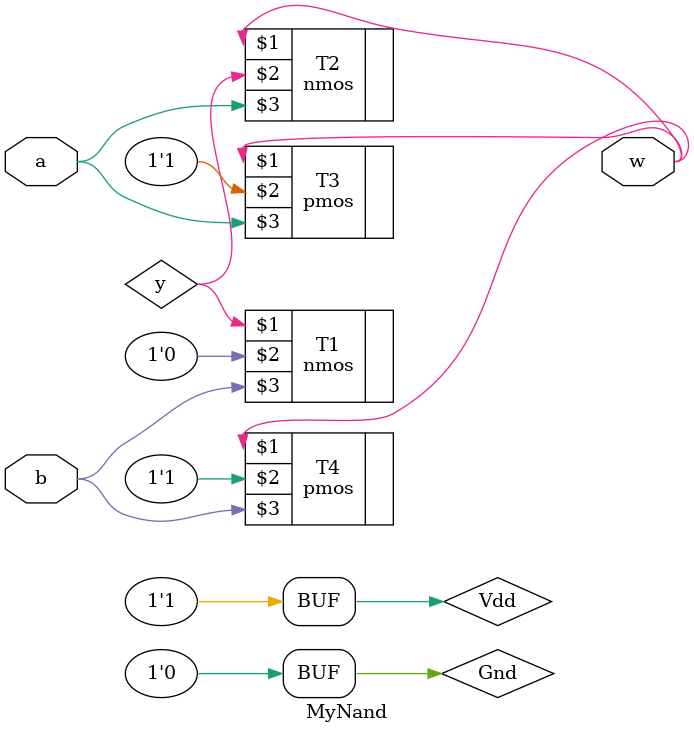
<source format=sv>
`timescale 1ns/1ns
module MyNand(input a,b,output w);
wire y;
supply1 Vdd;
supply0 Gnd;
nmos #(3,4,5) T1(y,Gnd,b),T2(w,y,a);
pmos #(5,6,7) T3(w,Vdd,a),T4(w,Vdd,b);
endmodule

</source>
